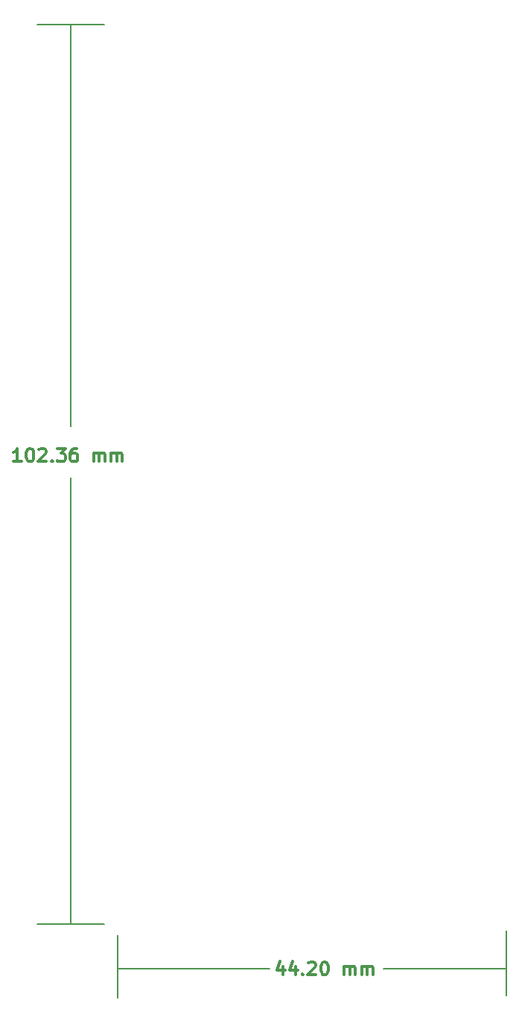
<source format=gbr>
G04 #@! TF.GenerationSoftware,KiCad,Pcbnew,5.1.6-c6e7f7d~87~ubuntu20.04.1*
G04 #@! TF.CreationDate,2020-08-06T14:23:34-04:00*
G04 #@! TF.ProjectId,Buoy_WithoutGSM,42756f79-5f57-4697-9468-6f757447534d,Leonardo Ward*
G04 #@! TF.SameCoordinates,Original*
G04 #@! TF.FileFunction,OtherDrawing,Comment*
%FSLAX46Y46*%
G04 Gerber Fmt 4.6, Leading zero omitted, Abs format (unit mm)*
G04 Created by KiCad (PCBNEW 5.1.6-c6e7f7d~87~ubuntu20.04.1) date 2020-08-06 14:23:34*
%MOMM*%
%LPD*%
G01*
G04 APERTURE LIST*
%ADD10C,0.150000*%
%ADD11C,0.300000*%
G04 APERTURE END LIST*
D10*
X163830000Y-161798000D02*
X177800000Y-161798000D01*
D11*
X152440285Y-161476571D02*
X152440285Y-162476571D01*
X152083142Y-160905142D02*
X151726000Y-161976571D01*
X152654571Y-161976571D01*
X153868857Y-161476571D02*
X153868857Y-162476571D01*
X153511714Y-160905142D02*
X153154571Y-161976571D01*
X154083142Y-161976571D01*
X154654571Y-162333714D02*
X154726000Y-162405142D01*
X154654571Y-162476571D01*
X154583142Y-162405142D01*
X154654571Y-162333714D01*
X154654571Y-162476571D01*
X155297428Y-161119428D02*
X155368857Y-161048000D01*
X155511714Y-160976571D01*
X155868857Y-160976571D01*
X156011714Y-161048000D01*
X156083142Y-161119428D01*
X156154571Y-161262285D01*
X156154571Y-161405142D01*
X156083142Y-161619428D01*
X155226000Y-162476571D01*
X156154571Y-162476571D01*
X157083142Y-160976571D02*
X157226000Y-160976571D01*
X157368857Y-161048000D01*
X157440285Y-161119428D01*
X157511714Y-161262285D01*
X157583142Y-161548000D01*
X157583142Y-161905142D01*
X157511714Y-162190857D01*
X157440285Y-162333714D01*
X157368857Y-162405142D01*
X157226000Y-162476571D01*
X157083142Y-162476571D01*
X156940285Y-162405142D01*
X156868857Y-162333714D01*
X156797428Y-162190857D01*
X156726000Y-161905142D01*
X156726000Y-161548000D01*
X156797428Y-161262285D01*
X156868857Y-161119428D01*
X156940285Y-161048000D01*
X157083142Y-160976571D01*
X159368857Y-162476571D02*
X159368857Y-161476571D01*
X159368857Y-161619428D02*
X159440285Y-161548000D01*
X159583142Y-161476571D01*
X159797428Y-161476571D01*
X159940285Y-161548000D01*
X160011714Y-161690857D01*
X160011714Y-162476571D01*
X160011714Y-161690857D02*
X160083142Y-161548000D01*
X160226000Y-161476571D01*
X160440285Y-161476571D01*
X160583142Y-161548000D01*
X160654571Y-161690857D01*
X160654571Y-162476571D01*
X161368857Y-162476571D02*
X161368857Y-161476571D01*
X161368857Y-161619428D02*
X161440285Y-161548000D01*
X161583142Y-161476571D01*
X161797428Y-161476571D01*
X161940285Y-161548000D01*
X162011714Y-161690857D01*
X162011714Y-162476571D01*
X162011714Y-161690857D02*
X162083142Y-161548000D01*
X162226000Y-161476571D01*
X162440285Y-161476571D01*
X162583142Y-161548000D01*
X162654571Y-161690857D01*
X162654571Y-162476571D01*
D10*
X133604000Y-161798000D02*
X150876000Y-161798000D01*
X177800000Y-157480000D02*
X177800000Y-164846000D01*
X133604000Y-157988000D02*
X133604000Y-165100000D01*
X128270000Y-105918000D02*
X128270000Y-156718000D01*
X132080000Y-156718000D02*
X124460000Y-156718000D01*
X128270000Y-100076000D02*
X128270000Y-54356000D01*
X132080000Y-54356000D02*
X124460000Y-54356000D01*
D11*
X122658857Y-104056571D02*
X121801714Y-104056571D01*
X122230285Y-104056571D02*
X122230285Y-102556571D01*
X122087428Y-102770857D01*
X121944571Y-102913714D01*
X121801714Y-102985142D01*
X123587428Y-102556571D02*
X123730285Y-102556571D01*
X123873142Y-102628000D01*
X123944571Y-102699428D01*
X124016000Y-102842285D01*
X124087428Y-103128000D01*
X124087428Y-103485142D01*
X124016000Y-103770857D01*
X123944571Y-103913714D01*
X123873142Y-103985142D01*
X123730285Y-104056571D01*
X123587428Y-104056571D01*
X123444571Y-103985142D01*
X123373142Y-103913714D01*
X123301714Y-103770857D01*
X123230285Y-103485142D01*
X123230285Y-103128000D01*
X123301714Y-102842285D01*
X123373142Y-102699428D01*
X123444571Y-102628000D01*
X123587428Y-102556571D01*
X124658857Y-102699428D02*
X124730285Y-102628000D01*
X124873142Y-102556571D01*
X125230285Y-102556571D01*
X125373142Y-102628000D01*
X125444571Y-102699428D01*
X125516000Y-102842285D01*
X125516000Y-102985142D01*
X125444571Y-103199428D01*
X124587428Y-104056571D01*
X125516000Y-104056571D01*
X126158857Y-103913714D02*
X126230285Y-103985142D01*
X126158857Y-104056571D01*
X126087428Y-103985142D01*
X126158857Y-103913714D01*
X126158857Y-104056571D01*
X126730285Y-102556571D02*
X127658857Y-102556571D01*
X127158857Y-103128000D01*
X127373142Y-103128000D01*
X127516000Y-103199428D01*
X127587428Y-103270857D01*
X127658857Y-103413714D01*
X127658857Y-103770857D01*
X127587428Y-103913714D01*
X127516000Y-103985142D01*
X127373142Y-104056571D01*
X126944571Y-104056571D01*
X126801714Y-103985142D01*
X126730285Y-103913714D01*
X128944571Y-102556571D02*
X128658857Y-102556571D01*
X128516000Y-102628000D01*
X128444571Y-102699428D01*
X128301714Y-102913714D01*
X128230285Y-103199428D01*
X128230285Y-103770857D01*
X128301714Y-103913714D01*
X128373142Y-103985142D01*
X128516000Y-104056571D01*
X128801714Y-104056571D01*
X128944571Y-103985142D01*
X129016000Y-103913714D01*
X129087428Y-103770857D01*
X129087428Y-103413714D01*
X129016000Y-103270857D01*
X128944571Y-103199428D01*
X128801714Y-103128000D01*
X128516000Y-103128000D01*
X128373142Y-103199428D01*
X128301714Y-103270857D01*
X128230285Y-103413714D01*
X130873142Y-104056571D02*
X130873142Y-103056571D01*
X130873142Y-103199428D02*
X130944571Y-103128000D01*
X131087428Y-103056571D01*
X131301714Y-103056571D01*
X131444571Y-103128000D01*
X131516000Y-103270857D01*
X131516000Y-104056571D01*
X131516000Y-103270857D02*
X131587428Y-103128000D01*
X131730285Y-103056571D01*
X131944571Y-103056571D01*
X132087428Y-103128000D01*
X132158857Y-103270857D01*
X132158857Y-104056571D01*
X132873142Y-104056571D02*
X132873142Y-103056571D01*
X132873142Y-103199428D02*
X132944571Y-103128000D01*
X133087428Y-103056571D01*
X133301714Y-103056571D01*
X133444571Y-103128000D01*
X133516000Y-103270857D01*
X133516000Y-104056571D01*
X133516000Y-103270857D02*
X133587428Y-103128000D01*
X133730285Y-103056571D01*
X133944571Y-103056571D01*
X134087428Y-103128000D01*
X134158857Y-103270857D01*
X134158857Y-104056571D01*
M02*

</source>
